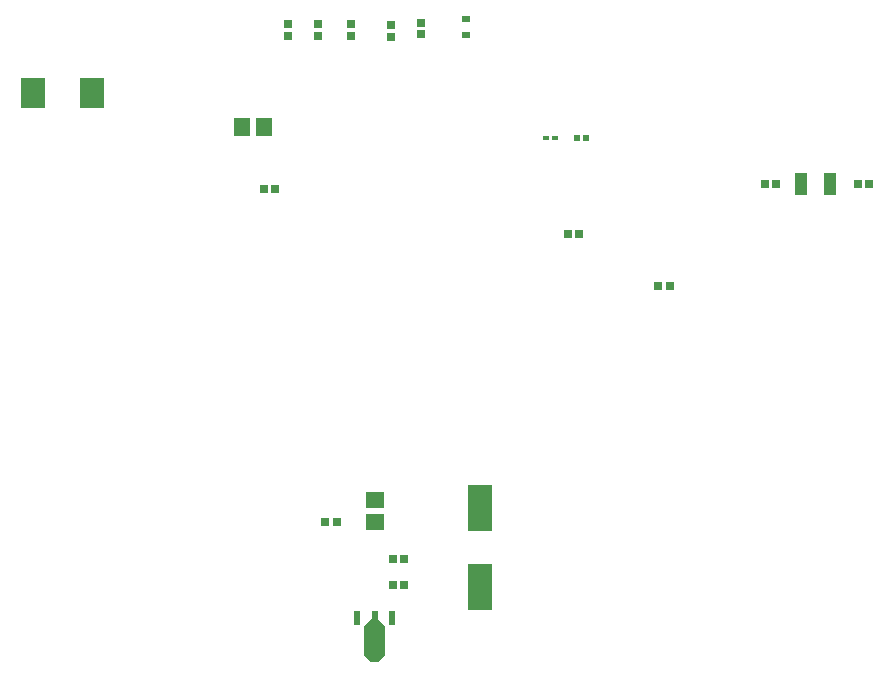
<source format=gbp>
G04*
G04 #@! TF.GenerationSoftware,Altium Limited,Altium Designer,20.0.2 (26)*
G04*
G04 Layer_Color=128*
%FSLAX25Y25*%
%MOIN*%
G70*
G01*
G75*
%ADD17R,0.01968X0.01772*%
%ADD18R,0.02816X0.02648*%
%ADD24R,0.02717X0.02835*%
%ADD76R,0.02029X0.01860*%
%ADD77R,0.04331X0.07480*%
%ADD78R,0.03150X0.02362*%
%ADD79R,0.05727X0.06127*%
%ADD80R,0.08071X0.10433*%
%ADD81R,0.08465X0.15748*%
%ADD82R,0.02362X0.05118*%
%ADD83R,0.02362X0.03150*%
%ADD84R,0.06127X0.05727*%
%ADD85R,0.02835X0.02717*%
%ADD86R,0.02648X0.02816*%
G36*
X229043Y287650D02*
Y278201D01*
X226681Y275839D01*
X224319D01*
X221957Y278201D01*
Y287650D01*
X224319Y290012D01*
X226681D01*
X229043Y287650D01*
D02*
G37*
D17*
X282524Y450500D02*
D03*
X285476D02*
D03*
D18*
X290000Y418500D02*
D03*
X293768D02*
D03*
X192384Y433500D02*
D03*
X188616D02*
D03*
X320116Y401000D02*
D03*
X323884D02*
D03*
X359384Y435000D02*
D03*
X355616D02*
D03*
X386616D02*
D03*
X390384D02*
D03*
X231500Y301500D02*
D03*
X235268D02*
D03*
X209116Y322500D02*
D03*
X212884D02*
D03*
D24*
X231689Y310000D02*
D03*
X235311D02*
D03*
D76*
X295990Y450500D02*
D03*
X293010D02*
D03*
D77*
X377421Y435000D02*
D03*
X367579D02*
D03*
D78*
X256000Y490059D02*
D03*
Y484941D02*
D03*
D79*
X188645Y454000D02*
D03*
X181355D02*
D03*
D80*
X131244Y465500D02*
D03*
X111756D02*
D03*
D81*
X260500Y300811D02*
D03*
Y327189D02*
D03*
D82*
X231406Y290602D02*
D03*
X219594D02*
D03*
D83*
X225500Y291587D02*
D03*
D84*
Y322355D02*
D03*
Y329645D02*
D03*
D85*
X241000Y485189D02*
D03*
Y488811D02*
D03*
D86*
X206500Y484616D02*
D03*
Y488384D02*
D03*
X217500Y484616D02*
D03*
Y488384D02*
D03*
X231000Y488000D02*
D03*
Y484232D02*
D03*
X196500Y484616D02*
D03*
Y488384D02*
D03*
M02*

</source>
